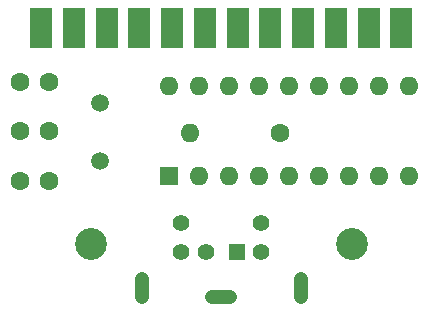
<source format=gbr>
%TF.GenerationSoftware,KiCad,Pcbnew,8.0.7*%
%TF.CreationDate,2025-01-12T22:52:32-06:00*%
%TF.ProjectId,Parallel-to-PS2-Keyboard-Adapter,50617261-6c6c-4656-9c2d-746f2d505332,v1.0*%
%TF.SameCoordinates,Original*%
%TF.FileFunction,Soldermask,Bot*%
%TF.FilePolarity,Negative*%
%FSLAX46Y46*%
G04 Gerber Fmt 4.6, Leading zero omitted, Abs format (unit mm)*
G04 Created by KiCad (PCBNEW 8.0.7) date 2025-01-12 22:52:32*
%MOMM*%
%LPD*%
G01*
G04 APERTURE LIST*
%ADD10C,1.600000*%
%ADD11O,1.600000X1.600000*%
%ADD12C,2.700000*%
%ADD13R,1.846667X3.480000*%
%ADD14R,1.600000X1.600000*%
%ADD15C,1.500000*%
%ADD16R,1.408000X1.408000*%
%ADD17C,1.408000*%
%ADD18O,2.730000X1.230000*%
%ADD19O,1.230000X2.730000*%
G04 APERTURE END LIST*
D10*
%TO.C,C3*%
X146050000Y-104394000D03*
X143550000Y-104394000D03*
%TD*%
%TO.C,R1*%
X165608000Y-100310000D03*
D11*
X157988000Y-100310000D03*
%TD*%
D10*
%TO.C,C1*%
X143530000Y-96012000D03*
X146030000Y-96012000D03*
%TD*%
D12*
%TO.C,H2*%
X171704000Y-109728000D03*
%TD*%
%TO.C,H1*%
X149606000Y-109728000D03*
%TD*%
D13*
%TO.C,J3*%
X175835000Y-91440000D03*
X173065000Y-91440000D03*
X170295000Y-91440000D03*
X167525000Y-91440000D03*
X164755000Y-91440000D03*
X161985000Y-91440000D03*
X159215000Y-91440000D03*
X156445000Y-91440000D03*
X153675000Y-91440000D03*
X150905000Y-91440000D03*
X148135000Y-91440000D03*
X145365000Y-91440000D03*
%TD*%
D14*
%TO.C,U1*%
X156210000Y-104013000D03*
D11*
X158750000Y-104013000D03*
X161290000Y-104013000D03*
X163830000Y-104013000D03*
X166370000Y-104013000D03*
X168910000Y-104013000D03*
X171450000Y-104013000D03*
X173990000Y-104013000D03*
X176530000Y-104013000D03*
X176530000Y-96393000D03*
X173990000Y-96393000D03*
X171450000Y-96393000D03*
X168910000Y-96393000D03*
X166370000Y-96393000D03*
X163830000Y-96393000D03*
X161290000Y-96393000D03*
X158750000Y-96393000D03*
X156210000Y-96393000D03*
%TD*%
D15*
%TO.C,Y1*%
X150368000Y-97790000D03*
X150368000Y-102670000D03*
%TD*%
D16*
%TO.C,J1*%
X161900000Y-110450000D03*
D17*
X159300000Y-110450000D03*
X164000000Y-110450000D03*
X157200000Y-110450000D03*
X164000000Y-107950000D03*
X157200000Y-107950000D03*
D18*
X160600000Y-114250000D03*
D19*
X153850000Y-113450000D03*
X167350000Y-113450000D03*
%TD*%
D10*
%TO.C,C2*%
X143530000Y-100203000D03*
X146030000Y-100203000D03*
%TD*%
M02*

</source>
